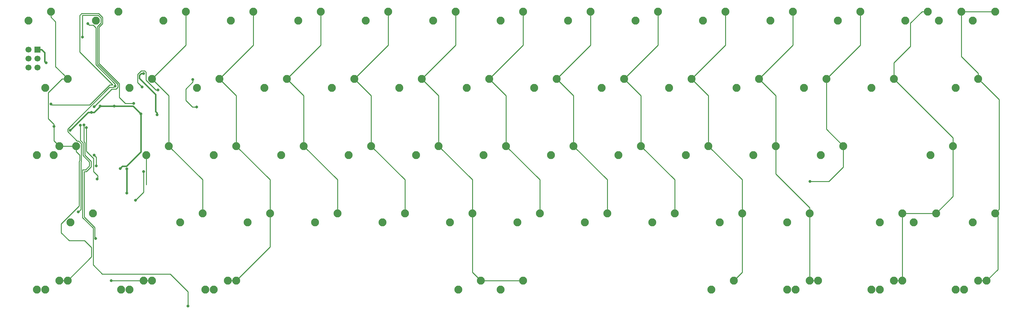
<source format=gtl>
G04 #@! TF.GenerationSoftware,KiCad,Pcbnew,(5.1.4)-1*
G04 #@! TF.CreationDate,2020-10-11T01:36:31-04:00*
G04 #@! TF.ProjectId,keyboard,6b657962-6f61-4726-942e-6b696361645f,rev?*
G04 #@! TF.SameCoordinates,Original*
G04 #@! TF.FileFunction,Copper,L1,Top*
G04 #@! TF.FilePolarity,Positive*
%FSLAX46Y46*%
G04 Gerber Fmt 4.6, Leading zero omitted, Abs format (unit mm)*
G04 Created by KiCad (PCBNEW (5.1.4)-1) date 2020-10-11 01:36:31*
%MOMM*%
%LPD*%
G04 APERTURE LIST*
%ADD10C,2.250000*%
%ADD11R,1.700000X1.700000*%
%ADD12C,1.700000*%
%ADD13C,0.800000*%
%ADD14C,0.254000*%
%ADD15C,0.381000*%
G04 APERTURE END LIST*
D10*
X139065000Y-83185000D03*
X145415000Y-80645000D03*
X124777500Y-64135000D03*
X131127500Y-61595000D03*
X134302500Y-45085000D03*
X140652500Y-42545000D03*
X162877500Y-64135000D03*
X169227500Y-61595000D03*
X198596250Y-83185000D03*
X204946250Y-80645000D03*
X229552500Y-45085000D03*
X235902500Y-42545000D03*
X220027500Y-83185000D03*
X226377500Y-80645000D03*
X220027500Y-64135000D03*
X226377500Y-61595000D03*
X234315000Y-6985000D03*
X240665000Y-4445000D03*
X243840000Y-83185000D03*
X250190000Y-80645000D03*
X262890000Y-6985000D03*
X269240000Y-4445000D03*
X255746250Y-64135000D03*
X262096250Y-61595000D03*
X253365000Y-6985000D03*
X259715000Y-4445000D03*
X272415000Y-6985000D03*
X278765000Y-4445000D03*
X243840000Y-26035000D03*
X250190000Y-23495000D03*
X267652500Y-26035000D03*
X274002500Y-23495000D03*
X272415000Y-64135000D03*
X278765000Y-61595000D03*
X246221250Y-64135000D03*
X252571250Y-61595000D03*
X10477500Y-26035000D03*
X16827500Y-23495000D03*
X34290000Y-26035000D03*
X40640000Y-23495000D03*
X8096250Y-45085000D03*
X14446250Y-42545000D03*
X39052500Y-45085000D03*
X45402500Y-42545000D03*
X260508750Y-45085000D03*
X266858750Y-42545000D03*
X48577500Y-64135000D03*
X54927500Y-61595000D03*
X8096250Y-83185000D03*
X14446250Y-80645000D03*
X10477500Y-83185000D03*
X16827500Y-80645000D03*
X34290000Y-83185000D03*
X40640000Y-80645000D03*
X55721250Y-83185000D03*
X62071250Y-80645000D03*
X58102500Y-83185000D03*
X64452500Y-80645000D03*
X127158750Y-83185000D03*
X133508750Y-80645000D03*
X222408750Y-83185000D03*
X228758750Y-80645000D03*
X246221250Y-83185000D03*
X252571250Y-80645000D03*
X267652500Y-83185000D03*
X274002500Y-80645000D03*
X270033750Y-83185000D03*
X276383750Y-80645000D03*
X31908750Y-83185000D03*
X38258750Y-80645000D03*
D11*
X8255000Y-15240000D03*
D12*
X5715000Y-15240000D03*
X8255000Y-17780000D03*
X5715000Y-17780000D03*
X8255000Y-20320000D03*
X5715000Y-20320000D03*
D10*
X200977500Y-64135000D03*
X207327500Y-61595000D03*
X181927500Y-64135000D03*
X188277500Y-61595000D03*
X143827500Y-64135000D03*
X150177500Y-61595000D03*
X105727500Y-64135000D03*
X112077500Y-61595000D03*
X86677500Y-64135000D03*
X93027500Y-61595000D03*
X67627500Y-64135000D03*
X73977500Y-61595000D03*
X17621250Y-64135000D03*
X23971250Y-61595000D03*
X210502500Y-45085000D03*
X216852500Y-42545000D03*
X191452500Y-45085000D03*
X197802500Y-42545000D03*
X172402500Y-45085000D03*
X178752500Y-42545000D03*
X153352500Y-45085000D03*
X159702500Y-42545000D03*
X115252500Y-45085000D03*
X121602500Y-42545000D03*
X96202500Y-45085000D03*
X102552500Y-42545000D03*
X77152500Y-45085000D03*
X83502500Y-42545000D03*
X58102500Y-45085000D03*
X64452500Y-42545000D03*
X19208750Y-42545000D03*
X12858750Y-45085000D03*
X224790000Y-26035000D03*
X231140000Y-23495000D03*
X205740000Y-26035000D03*
X212090000Y-23495000D03*
X186690000Y-26035000D03*
X193040000Y-23495000D03*
X167640000Y-26035000D03*
X173990000Y-23495000D03*
X148590000Y-26035000D03*
X154940000Y-23495000D03*
X129540000Y-26035000D03*
X135890000Y-23495000D03*
X110490000Y-26035000D03*
X116840000Y-23495000D03*
X91440000Y-26035000D03*
X97790000Y-23495000D03*
X72390000Y-26035000D03*
X78740000Y-23495000D03*
X53340000Y-26035000D03*
X59690000Y-23495000D03*
X215265000Y-6985000D03*
X221615000Y-4445000D03*
X196215000Y-6985000D03*
X202565000Y-4445000D03*
X177165000Y-6985000D03*
X183515000Y-4445000D03*
X158115000Y-6985000D03*
X164465000Y-4445000D03*
X139065000Y-6985000D03*
X145415000Y-4445000D03*
X120015000Y-6985000D03*
X126365000Y-4445000D03*
X100965000Y-6985000D03*
X107315000Y-4445000D03*
X81915000Y-6985000D03*
X88265000Y-4445000D03*
X62865000Y-6985000D03*
X69215000Y-4445000D03*
X43815000Y-6985000D03*
X50165000Y-4445000D03*
X24765000Y-6985000D03*
X31115000Y-4445000D03*
X5715000Y-6985000D03*
X12065000Y-4445000D03*
D13*
X37846000Y-25781000D03*
X42291000Y-26670000D03*
X10718968Y-18973968D03*
X33528000Y-55880000D03*
X33528000Y-49022000D03*
X42037000Y-33713500D03*
X38227000Y-21971000D03*
X17526000Y-38100000D03*
X23495000Y-33020000D03*
X26010000Y-31267000D03*
X29972000Y-31242000D03*
X37492010Y-33428010D03*
X31623000Y-48895000D03*
X24257000Y-31369000D03*
X20955000Y-11684000D03*
X35497724Y-30475102D03*
X12065000Y-30607000D03*
X24257000Y-45085000D03*
X24892000Y-48133000D03*
X35941000Y-57912000D03*
X38227000Y-49784000D03*
X21387122Y-36563516D03*
X24730000Y-68707000D03*
X20389567Y-36633432D03*
X50800000Y-87884000D03*
X52176048Y-23728048D03*
X53213000Y-31496000D03*
X12954000Y-36957000D03*
X30226000Y-25527000D03*
X29083000Y-80645000D03*
X22479000Y-7874000D03*
X19812000Y-61214000D03*
X22098000Y-37338000D03*
X25107866Y-51878051D03*
X226441000Y-52578000D03*
D14*
X36566490Y-24501490D02*
X37446001Y-25381001D01*
X36566490Y-22264641D02*
X36566490Y-24501490D01*
X37446001Y-25381001D02*
X37846000Y-25781000D01*
X37587132Y-21243999D02*
X36566490Y-22264641D01*
X38954001Y-21622039D02*
X38575961Y-21243999D01*
X38954001Y-23898686D02*
X38954001Y-21622039D01*
X38575961Y-21243999D02*
X37587132Y-21243999D01*
X41725315Y-26670000D02*
X38954001Y-23898686D01*
X42291000Y-26670000D02*
X41725315Y-26670000D01*
X48514000Y-64071500D02*
X48577500Y-64135000D01*
X86741000Y-64071500D02*
X86677500Y-64135000D01*
X105664000Y-64071500D02*
X105727500Y-64135000D01*
X181864000Y-64071500D02*
X181927500Y-64135000D01*
X200977500Y-64135000D02*
X200914000Y-64071500D01*
X246253000Y-64166750D02*
X246221250Y-64135000D01*
D15*
X9486000Y-15240000D02*
X8255000Y-15240000D01*
X10318969Y-16072969D02*
X9486000Y-15240000D01*
X10318969Y-18573969D02*
X10318969Y-16072969D01*
X10718968Y-18973968D02*
X10318969Y-18573969D01*
X33528000Y-55880000D02*
X33528000Y-50038000D01*
X33528000Y-50038000D02*
X33528000Y-49022000D01*
X41665510Y-32776325D02*
X41665510Y-27949510D01*
X42037000Y-33713500D02*
X42037000Y-33147815D01*
X42037000Y-33147815D02*
X41665510Y-32776325D01*
X37084000Y-23368000D02*
X37084000Y-22479000D01*
X41665510Y-27949510D02*
X37084000Y-23368000D01*
X37084000Y-22479000D02*
X37592000Y-21971000D01*
X37592000Y-21971000D02*
X38227000Y-21971000D01*
X17526000Y-38100000D02*
X22606000Y-33020000D01*
X22606000Y-33020000D02*
X23495000Y-33020000D01*
X23495000Y-33020000D02*
X24257000Y-33020000D01*
X24257000Y-33020000D02*
X26035000Y-31242000D01*
X26035000Y-31242000D02*
X29464000Y-31242000D01*
X29464000Y-31242000D02*
X29972000Y-31242000D01*
X29464000Y-31242000D02*
X35306000Y-31242000D01*
X35306000Y-31242000D02*
X37492010Y-33428010D01*
X37492010Y-33428010D02*
X37492010Y-44168990D01*
X33429501Y-48231499D02*
X32286501Y-48231499D01*
X37492010Y-44168990D02*
X33429501Y-48231499D01*
X32286501Y-48231499D02*
X31623000Y-48895000D01*
D14*
X30953001Y-25875961D02*
X30953001Y-25046250D01*
X30447953Y-26381009D02*
X30953001Y-25875961D01*
X24257000Y-31369000D02*
X29244991Y-26381009D01*
X29244991Y-26381009D02*
X30447953Y-26381009D01*
X30953001Y-25046250D02*
X25219010Y-19312259D01*
X26217001Y-6288039D02*
X25389962Y-5461000D01*
X26217001Y-7681961D02*
X26217001Y-6288039D01*
X25219010Y-19312259D02*
X25219010Y-8679952D01*
X25219010Y-8679952D02*
X26217001Y-7681961D01*
X25389962Y-5461000D02*
X20955000Y-5461000D01*
X20955000Y-5461000D02*
X20955000Y-11684000D01*
X20227999Y-15909999D02*
X29498999Y-25180999D01*
X20227999Y-5545934D02*
X20227999Y-15909999D01*
X20766943Y-5006990D02*
X20227999Y-5545934D01*
X26671011Y-6099982D02*
X25578019Y-5006990D01*
X26671011Y-7870018D02*
X26671011Y-6099982D01*
X33073130Y-30475102D02*
X31407011Y-28808983D01*
X25578019Y-5006990D02*
X20766943Y-5006990D01*
X35497724Y-30475102D02*
X33073130Y-30475102D01*
X31407011Y-28808983D02*
X31407011Y-24858193D01*
X31407011Y-24858193D02*
X25673020Y-19124202D01*
X25673020Y-19124202D02*
X25673020Y-8868008D01*
X25673020Y-8868008D02*
X26671011Y-7870018D01*
X28726973Y-25180999D02*
X23173972Y-30734000D01*
X29498999Y-25180999D02*
X28726973Y-25180999D01*
X12353901Y-30895901D02*
X12065000Y-30607000D01*
X23173972Y-30734000D02*
X23012071Y-30895901D01*
X23012071Y-30895901D02*
X12353901Y-30895901D01*
X24257000Y-45085000D02*
X24892000Y-45720000D01*
X24892000Y-45720000D02*
X24892000Y-48133000D01*
X35941000Y-57912000D02*
X38227000Y-55626000D01*
X38227000Y-55626000D02*
X38227000Y-49784000D01*
X21643990Y-45011990D02*
X21643990Y-45099212D01*
X21370999Y-36579639D02*
X21370999Y-40928999D01*
X21643990Y-45099212D02*
X23404760Y-46859982D01*
X21643990Y-41547144D02*
X21643990Y-45011990D01*
X21387122Y-36563516D02*
X21370999Y-36579639D01*
X21370999Y-41274153D02*
X21643990Y-41547144D01*
X21370999Y-40928999D02*
X21370999Y-41274153D01*
X23404760Y-46859982D02*
X23404760Y-48390018D01*
X23404760Y-48390018D02*
X22064769Y-49730010D01*
X22064769Y-49730010D02*
X21454769Y-49730010D01*
X21454769Y-49730010D02*
X21454769Y-62621519D01*
X21454769Y-62621519D02*
X24457009Y-65623759D01*
X24457009Y-65623759D02*
X24457009Y-68434009D01*
X24457009Y-68434009D02*
X24730000Y-68707000D01*
X50800000Y-83947000D02*
X50800000Y-87884000D01*
X50800000Y-83820000D02*
X50800000Y-83947000D01*
X26596990Y-78793990D02*
X45773990Y-78793990D01*
X24003000Y-76200000D02*
X26596990Y-78793990D01*
X21000759Y-62809575D02*
X24003000Y-65811816D01*
X21000759Y-49276000D02*
X21000759Y-62809575D01*
X20389567Y-36633432D02*
X20389567Y-40934790D01*
X21876712Y-49276000D02*
X21000759Y-49276000D01*
X21114761Y-41659982D02*
X21114761Y-45212049D01*
X45773990Y-78793990D02*
X50800000Y-83820000D01*
X24003000Y-65811816D02*
X24003000Y-76200000D01*
X21114761Y-45212049D02*
X22950751Y-47048039D01*
X22950751Y-47048039D02*
X22950751Y-48201961D01*
X20389567Y-40934790D02*
X21114761Y-41659982D01*
X22950751Y-48201961D02*
X21876712Y-49276000D01*
X52176048Y-23728048D02*
X52176048Y-24404952D01*
X52176048Y-24404952D02*
X50165000Y-26416000D01*
X50165000Y-26416000D02*
X50165000Y-29591000D01*
X50165000Y-29591000D02*
X52070000Y-31496000D01*
X52070000Y-31496000D02*
X53213000Y-31496000D01*
X19177000Y-42576750D02*
X19208750Y-42545000D01*
X16037240Y-42545000D02*
X19208750Y-42545000D01*
X14446250Y-42545000D02*
X16037240Y-42545000D01*
X20206741Y-46745980D02*
X20092739Y-46859982D01*
X20206741Y-45133981D02*
X20206741Y-46745980D01*
X20092739Y-59514549D02*
X14986000Y-64621288D01*
X20092739Y-46859982D02*
X20092739Y-59514549D01*
X14986000Y-67088712D02*
X17239288Y-69342000D01*
X14986000Y-64621288D02*
X14986000Y-67088712D01*
X21590000Y-69342000D02*
X23548990Y-71300990D01*
X17239288Y-69342000D02*
X21590000Y-69342000D01*
X23548990Y-73923510D02*
X16827500Y-80645000D01*
X23548990Y-71300990D02*
X23548990Y-73923510D01*
X16827500Y-80645000D02*
X14446250Y-80645000D01*
X15702501Y-22370001D02*
X16827500Y-23495000D01*
X13402999Y-20070499D02*
X15702501Y-22370001D01*
X13402999Y-7373989D02*
X13402999Y-20070499D01*
X12065000Y-6035990D02*
X13402999Y-7373989D01*
X12065000Y-4445000D02*
X12065000Y-6035990D01*
X19208750Y-44135990D02*
X20206741Y-45133981D01*
X19208750Y-42545000D02*
X19208750Y-44135990D01*
X12954000Y-41052750D02*
X14446250Y-42545000D01*
X12954000Y-36957000D02*
X12954000Y-41052750D01*
X15236510Y-23495000D02*
X16827500Y-23495000D01*
X11337999Y-27393511D02*
X15236510Y-23495000D01*
X11337999Y-34775314D02*
X11337999Y-27393511D01*
X12954000Y-36391315D02*
X11337999Y-34775314D01*
X12954000Y-36957000D02*
X12954000Y-36391315D01*
X30226000Y-25527000D02*
X30226000Y-24961315D01*
X38258750Y-80645000D02*
X40640000Y-80645000D01*
X38258750Y-80645000D02*
X29083000Y-80645000D01*
X30226000Y-24961315D02*
X24765000Y-19500315D01*
X22927999Y-8322999D02*
X22479000Y-7874000D01*
X24071961Y-8322999D02*
X22927999Y-8322999D01*
X24765000Y-19500315D02*
X24765000Y-9016038D01*
X24765000Y-9016038D02*
X24071961Y-8322999D01*
X28623039Y-25926999D02*
X29826001Y-25926999D01*
X16798999Y-37751039D02*
X28623039Y-25926999D01*
X19443037Y-41092999D02*
X16798999Y-38448961D01*
X29826001Y-25926999D02*
X30226000Y-25527000D01*
X20546749Y-60479251D02*
X20546749Y-47048039D01*
X19812000Y-61214000D02*
X20546749Y-60479251D01*
X20546749Y-47048039D02*
X20660751Y-46934037D01*
X20660751Y-46934037D02*
X20660751Y-41848039D01*
X20660751Y-41848039D02*
X19905711Y-41092999D01*
X16798999Y-38448961D02*
X16798999Y-37751039D01*
X19905711Y-41092999D02*
X19443037Y-41092999D01*
X22098000Y-37338000D02*
X22098000Y-44001962D01*
X24130000Y-49784000D02*
X25273000Y-50927000D01*
X25273000Y-50927000D02*
X25273000Y-51712917D01*
X25273000Y-51712917D02*
X25107866Y-51878051D01*
X24130000Y-46033962D02*
X24130000Y-49784000D01*
X22098000Y-44001962D02*
X24130000Y-46033962D01*
X54927500Y-52070000D02*
X45402500Y-42545000D01*
X54927500Y-61595000D02*
X54927500Y-52070000D01*
X45402500Y-28257500D02*
X40640000Y-23495000D01*
X45402500Y-42545000D02*
X45402500Y-28257500D01*
X50165000Y-13970000D02*
X50165000Y-4445000D01*
X40640000Y-23495000D02*
X50165000Y-13970000D01*
X73977500Y-71120000D02*
X64452500Y-80645000D01*
X73977500Y-61595000D02*
X73977500Y-71120000D01*
X64452500Y-80645000D02*
X62071250Y-80645000D01*
X73977500Y-52070000D02*
X64452500Y-42545000D01*
X73977500Y-61595000D02*
X73977500Y-52070000D01*
X64452500Y-42545000D02*
X64452500Y-28257500D01*
X64452500Y-28257500D02*
X59690000Y-23495000D01*
X69215000Y-13970000D02*
X69215000Y-4445000D01*
X59690000Y-23495000D02*
X69215000Y-13970000D01*
X93027500Y-52070000D02*
X83502500Y-42545000D01*
X93027500Y-61595000D02*
X93027500Y-52070000D01*
X83502500Y-28257500D02*
X78740000Y-23495000D01*
X83502500Y-42545000D02*
X83502500Y-28257500D01*
X88265000Y-13970000D02*
X88265000Y-4445000D01*
X78740000Y-23495000D02*
X88265000Y-13970000D01*
X112077500Y-52070000D02*
X102552500Y-42545000D01*
X112077500Y-61595000D02*
X112077500Y-52070000D01*
X102552500Y-28257500D02*
X97790000Y-23495000D01*
X102552500Y-42545000D02*
X102552500Y-28257500D01*
X107315000Y-13970000D02*
X107315000Y-4445000D01*
X97790000Y-23495000D02*
X107315000Y-13970000D01*
X131127500Y-52070000D02*
X121602500Y-42545000D01*
X131127500Y-61595000D02*
X131127500Y-52070000D01*
X121602500Y-28257500D02*
X116840000Y-23495000D01*
X121602500Y-42545000D02*
X121602500Y-28257500D01*
X126365000Y-13970000D02*
X126365000Y-4445000D01*
X116840000Y-23495000D02*
X126365000Y-13970000D01*
X131127500Y-78263750D02*
X133508750Y-80645000D01*
X131127500Y-61595000D02*
X131127500Y-78263750D01*
X135099740Y-80645000D02*
X145415000Y-80645000D01*
X133508750Y-80645000D02*
X135099740Y-80645000D01*
X150177500Y-52070000D02*
X140652500Y-42545000D01*
X150177500Y-61595000D02*
X150177500Y-52070000D01*
X140652500Y-28257500D02*
X135890000Y-23495000D01*
X140652500Y-42545000D02*
X140652500Y-28257500D01*
X145415000Y-13970000D02*
X145415000Y-4445000D01*
X135890000Y-23495000D02*
X145415000Y-13970000D01*
X169227500Y-52070000D02*
X159702500Y-42545000D01*
X169227500Y-61595000D02*
X169227500Y-52070000D01*
X159702500Y-28257500D02*
X154940000Y-23495000D01*
X159702500Y-42545000D02*
X159702500Y-28257500D01*
X164465000Y-13970000D02*
X164465000Y-4445000D01*
X154940000Y-23495000D02*
X164465000Y-13970000D01*
X188277500Y-52070000D02*
X178752500Y-42545000D01*
X188277500Y-61595000D02*
X188277500Y-52070000D01*
X178752500Y-28257500D02*
X173990000Y-23495000D01*
X178752500Y-42545000D02*
X178752500Y-28257500D01*
X183515000Y-13970000D02*
X183515000Y-4445000D01*
X173990000Y-23495000D02*
X183515000Y-13970000D01*
X207327500Y-52070000D02*
X197802500Y-42545000D01*
X207327500Y-61595000D02*
X207327500Y-52070000D01*
X197802500Y-28257500D02*
X193040000Y-23495000D01*
X197802500Y-42545000D02*
X197802500Y-28257500D01*
X207327500Y-78263750D02*
X204946250Y-80645000D01*
X207327500Y-61595000D02*
X207327500Y-78263750D01*
X202565000Y-13970000D02*
X202565000Y-4445000D01*
X193040000Y-23495000D02*
X202565000Y-13970000D01*
X226377500Y-63185990D02*
X226377500Y-80645000D01*
X226377500Y-61595000D02*
X226377500Y-63185990D01*
X226377500Y-80645000D02*
X228758750Y-80645000D01*
X216852500Y-44135990D02*
X216852500Y-42545000D01*
X216852500Y-50479010D02*
X216852500Y-44135990D01*
X226377500Y-60004010D02*
X216852500Y-50479010D01*
X226377500Y-61595000D02*
X226377500Y-60004010D01*
X216852500Y-28257500D02*
X212090000Y-23495000D01*
X216852500Y-42545000D02*
X216852500Y-28257500D01*
X221615000Y-13970000D02*
X221615000Y-4445000D01*
X212090000Y-23495000D02*
X221615000Y-13970000D01*
X231140000Y-37782500D02*
X231140000Y-23495000D01*
X235902500Y-42545000D02*
X231140000Y-37782500D01*
X240665000Y-13970000D02*
X240665000Y-4445000D01*
X231140000Y-23495000D02*
X240665000Y-13970000D01*
X235902500Y-44135990D02*
X235902500Y-42545000D01*
X235902500Y-48519934D02*
X235902500Y-44135990D01*
X231844434Y-52578000D02*
X235902500Y-48519934D01*
X226441000Y-52578000D02*
X231844434Y-52578000D01*
X255143000Y-61595000D02*
X262096250Y-61595000D01*
X254577315Y-61595000D02*
X252571250Y-61595000D01*
X255143000Y-61595000D02*
X254577315Y-61595000D01*
X266858750Y-56832500D02*
X266858750Y-42545000D01*
X262096250Y-61595000D02*
X266858750Y-56832500D01*
X266858750Y-40163750D02*
X250190000Y-23495000D01*
X266858750Y-42545000D02*
X266858750Y-40163750D01*
X258124010Y-4445000D02*
X259715000Y-4445000D01*
X254854099Y-7714911D02*
X258124010Y-4445000D01*
X254854099Y-14284717D02*
X254854099Y-7714911D01*
X250190000Y-18948816D02*
X254854099Y-14284717D01*
X250190000Y-23495000D02*
X250190000Y-18948816D01*
X252571250Y-78263750D02*
X252571250Y-80645000D01*
X252571250Y-61595000D02*
X252571250Y-78263750D01*
X252571250Y-80645000D02*
X250190000Y-80645000D01*
X275127499Y-24619999D02*
X274002500Y-23495000D01*
X279889999Y-29382499D02*
X275127499Y-24619999D01*
X279889999Y-60470001D02*
X279889999Y-29382499D01*
X269240000Y-6035990D02*
X269240000Y-4445000D01*
X269240000Y-17141510D02*
X269240000Y-6035990D01*
X274002500Y-21904010D02*
X269240000Y-17141510D01*
X274002500Y-23495000D02*
X274002500Y-21904010D01*
X270830990Y-4445000D02*
X278765000Y-4445000D01*
X269240000Y-4445000D02*
X270830990Y-4445000D01*
X279527000Y-77501750D02*
X276383750Y-80645000D01*
X279527000Y-64135000D02*
X279527000Y-77501750D01*
X276383750Y-80645000D02*
X274002500Y-80645000D01*
X279527000Y-62357000D02*
X278765000Y-61595000D01*
X279527000Y-64135000D02*
X279527000Y-62357000D01*
X278765000Y-61595000D02*
X279889999Y-60470001D01*
X39052500Y-45085000D02*
X39052500Y-53530500D01*
M02*

</source>
